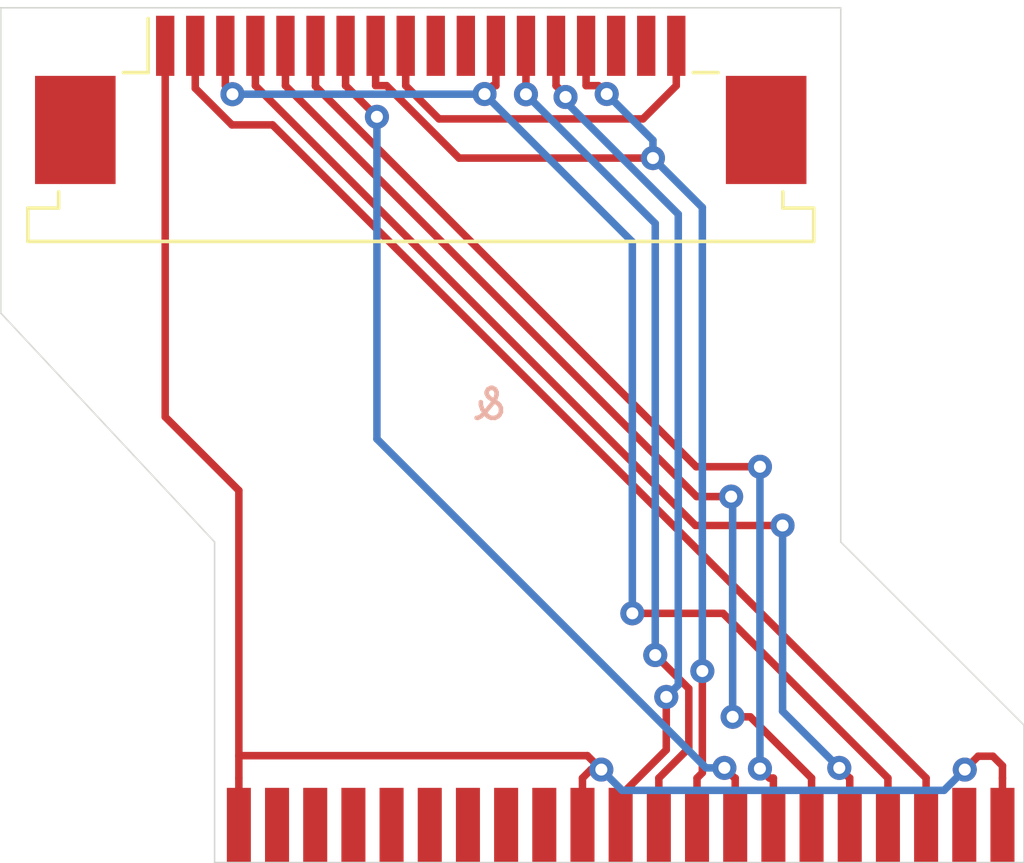
<source format=kicad_pcb>
(kicad_pcb (version 20221018) (generator pcbnew)
  (layers (0 "F.Cu" signal) (31 "B.Cu" signal) (34 "B.Paste" user) (35 "F.Paste" user) (36 "B.SilkS" user "B.Silkscreen") (37 "F.SilkS" user "F.Silkscreen") (38 "B.Mask" user) (39 "F.Mask" user) (44 "Edge.Cuts" user))
  (net 0 "")
  (net 1 "ASign")
  (net 2 "Net-(J1-Pad6)")
  (net 3 "Net-(J1-Pad5)")
  (net 4 "Net-(J1-Pad4)")
  (net 5 "Control")
  (net 6 "HSync")
  (net 7 "Data0")
  (net 8 "DLatch")
  (net 9 "Data1")
  (net 10 "Clock")
  (net 11 "VSync")
  (net 12 "+5V")
  (net 13 "GND")
  (net 14 "Net-(J1-Pad9)")
  (net 15 "Net-(J1-Pad8)")
  (net 16 "Net-(J1-Pad7)")
  (net 17 "Net-(J1-Pad20)")
  (net 18 "Net-(J1-Pad3)")
  (net 19 "Net-(J1-Pad2)")
  (net 20 "V5")
  (net 21 "V4")
  (net 22 "V1")
  (net 23 "V2")
  (net 24 "V3")
  (footprint "Custom:DMG-FPC" (layer "F.Cu") (at 140 72.9334)
    (fp_text reference "J1" hide)
    (fp_text value "DMG Ribbon")
    (pad "1" smd rect (at -12.7 0) (size 0.8 2.5) (layers "F.Cu" "F.Paste" "F.Mask") (net 13 "GND"))
    (pad "2" smd rect (at -11.43 0) (size 0.8 2.5) (layers "F.Cu" "F.Paste" "F.Mask") (net 19 "Net-(J1-Pad2)"))
    (pad "3" smd rect (at -10.16 0) (size 0.8 2.5) (layers "F.Cu" "F.Paste" "F.Mask") (net 18 "Net-(J1-Pad3)"))
    (pad "4" smd rect (at -8.89 0) (size 0.8 2.5) (layers "F.Cu" "F.Paste" "F.Mask") (net 4 "Net-(J1-Pad4)"))
    (pad "5" smd rect (at -7.62 0) (size 0.8 2.5) (layers "F.Cu" "F.Paste" "F.Mask") (net 3 "Net-(J1-Pad5)"))
    (pad "6" smd rect (at -6.35 0) (size 0.8 2.5) (layers "F.Cu" "F.Paste" "F.Mask") (net 2 "Net-(J1-Pad6)"))
    (pad "7" smd rect (at -5.08 0) (size 0.8 2.5) (layers "F.Cu" "F.Paste" "F.Mask") (net 16 "Net-(J1-Pad7)"))
    (pad "8" smd rect (at -3.81 0) (size 0.8 2.5) (layers "F.Cu" "F.Paste" "F.Mask") (net 15 "Net-(J1-Pad8)"))
    (pad "9" smd rect (at -2.54 0) (size 0.8 2.5) (layers "F.Cu" "F.Paste" "F.Mask") (net 14 "Net-(J1-Pad9)"))
    (pad "10" smd rect (at -1.27 0) (size 0.8 2.5) (layers "F.Cu" "F.Paste" "F.Mask") (net 13 "GND"))
    (pad "11" smd rect (at 0 0) (size 0.8 2.5) (layers "F.Cu" "F.Paste" "F.Mask") (net 12 "+5V"))
    (pad "12" smd rect (at 1.27 0) (size 0.8 2.5) (layers "F.Cu" "F.Paste" "F.Mask") (net 11 "VSync"))
    (pad "13" smd rect (at 2.54 0) (size 0.8 2.5) (layers "F.Cu" "F.Paste" "F.Mask") (net 1 "ASign"))
    (pad "14" smd rect (at 3.81 0) (size 0.8 2.5) (layers "F.Cu" "F.Paste" "F.Mask") (net 10 "Clock"))
    (pad "15" smd rect (at 5.08 0) (size 0.8 2.5) (layers "F.Cu" "F.Paste" "F.Mask") (net 9 "Data1"))
    (pad "16" smd rect (at 6.35 0) (size 0.8 2.5) (layers "F.Cu" "F.Paste" "F.Mask") (net 7 "Data0"))
    (pad "17" smd rect (at 7.62 0) (size 0.8 2.5) (layers "F.Cu" "F.Paste" "F.Mask") (net 6 "HSync"))
    (pad "18" smd rect (at 8.89 0) (size 0.8 2.5) (layers "F.Cu" "F.Paste" "F.Mask") (net 8 "DLatch"))
    (pad "19" smd rect (at 10.16 0) (size 0.8 2.5) (layers "F.Cu" "F.Paste" "F.Mask") (net 5 "Control"))
    (pad "20" smd rect (at 11.43 0) (size 0.8 2.5) (layers "F.Cu" "F.Paste" "F.Mask") (net 17 "Net-(J1-Pad20)"))
    (pad "21" smd rect (at 12.7 0) (size 0.8 2.5) (layers "F.Cu" "F.Paste" "F.Mask") (net 13 "GND"))
  )
  (footprint "Connector_FFC-FPC:TE_1-84953-8_1x18-1MP_P1.0mm_Horizontal" (layer "F.Cu") (at 133.35 48.7868)
    (fp_text reference "J2" hide)
    (fp_text value "MGB FPC")
    (fp_line (start -13.07 3.6) (end -12.045 3.6) (stroke (width 0.12)) (layer "F.SilkS"))
    (fp_line (start -13.07 4.71) (end -13.07 3.6) (stroke (width 0.12)) (layer "F.SilkS"))
    (fp_line (start -12.045 3.6) (end -12.045 3.06) (stroke (width 0.12)) (layer "F.SilkS"))
    (fp_line (start -9.89 -0.91) (end -9.065 -0.91) (stroke (width 0.12)) (layer "F.SilkS"))
    (fp_line (start -9.065 -0.91) (end -9.065 -2.71) (stroke (width 0.12)) (layer "F.SilkS"))
    (fp_line (start 9.065 -0.91) (end 9.89 -0.91) (stroke (width 0.12)) (layer "F.SilkS"))
    (fp_line (start 12.045 3.06) (end 12.045 3.6) (stroke (width 0.12)) (layer "F.SilkS"))
    (fp_line (start 12.045 3.6) (end 13.07 3.6) (stroke (width 0.12)) (layer "F.SilkS"))
    (fp_line (start 13.07 3.6) (end 13.07 4.71) (stroke (width 0.12)) (layer "F.SilkS"))
    (fp_line (start 13.07 4.71) (end -13.07 4.71) (stroke (width 0.12)) (layer "F.SilkS"))
    (pad "1" smd rect (at -8.5 -1.8) (size 0.61 2) (layers "F.Cu" "F.Paste" "F.Mask") (net 13 "GND"))
    (pad "2" smd rect (at -7.5 -1.8) (size 0.61 2) (layers "F.Cu" "F.Paste" "F.Mask") (net 5 "Control"))
    (pad "3" smd rect (at -6.5 -1.8) (size 0.61 2) (layers "F.Cu" "F.Paste" "F.Mask") (net 8 "DLatch"))
    (pad "4" smd rect (at -5.5 -1.8) (size 0.61 2) (layers "F.Cu" "F.Paste" "F.Mask") (net 6 "HSync"))
    (pad "5" smd rect (at -4.5 -1.8) (size 0.61 2) (layers "F.Cu" "F.Paste" "F.Mask") (net 7 "Data0"))
    (pad "6" smd rect (at -3.5 -1.8) (size 0.61 2) (layers "F.Cu" "F.Paste" "F.Mask") (net 9 "Data1"))
    (pad "7" smd rect (at -2.5 -1.8) (size 0.61 2) (layers "F.Cu" "F.Paste" "F.Mask") (net 10 "Clock"))
    (pad "8" smd rect (at -1.5 -1.8) (size 0.61 2) (layers "F.Cu" "F.Paste" "F.Mask") (net 1 "ASign"))
    (pad "9" smd rect (at -0.5 -1.8) (size 0.61 2) (layers "F.Cu" "F.Paste" "F.Mask") (net 20 "V5"))
    (pad "10" smd rect (at 0.5 -1.8) (size 0.61 2) (layers "F.Cu" "F.Paste" "F.Mask") (net 24 "V3"))
    (pad "11" smd rect (at 1.5 -1.8) (size 0.61 2) (layers "F.Cu" "F.Paste" "F.Mask") (net 23 "V2"))
    (pad "12" smd rect (at 2.5 -1.8) (size 0.61 2) (layers "F.Cu" "F.Paste" "F.Mask") (net 8 "DLatch"))
    (pad "13" smd rect (at 3.5 -1.8) (size 0.61 2) (layers "F.Cu" "F.Paste" "F.Mask") (net 11 "VSync"))
    (pad "14" smd rect (at 4.5 -1.8) (size 0.61 2) (layers "F.Cu" "F.Paste" "F.Mask") (net 12 "+5V"))
    (pad "15" smd rect (at 5.5 -1.8) (size 0.61 2) (layers "F.Cu" "F.Paste" "F.Mask") (net 1 "ASign"))
    (pad "16" smd rect (at 6.5 -1.8) (size 0.61 2) (layers "F.Cu" "F.Paste" "F.Mask") (net 22 "V1"))
    (pad "17" smd rect (at 7.5 -1.8) (size 0.61 2) (layers "F.Cu" "F.Paste" "F.Mask") (net 21 "V4"))
    (pad "18" smd rect (at 8.5 -1.8) (size 0.61 2) (layers "F.Cu" "F.Paste" "F.Mask") (net 20 "V5"))
    (pad "MP" smd rect (at -11.49 1) (size 2.68 3.6) (layers "F.Cu" "F.Paste" "F.Mask"))
    (pad "MP" smd rect (at 11.49 1) (size 2.68 3.6) (layers "F.Cu" "F.Paste" "F.Mask"))
  )
  (gr_line (start 153.416 69.596) (end 153.416 74.168) (stroke (width 0.05)) (layer "Edge.Cuts"))
  (gr_line (start 147.32 63.5) (end 153.416 69.596) (stroke (width 0.05)) (layer "Edge.Cuts"))
  (gr_line (start 126.492 63.5) (end 119.38 55.88) (stroke (width 0.05)) (layer "Edge.Cuts"))
  (gr_line (start 153.416 74.168) (end 126.492 74.168) (stroke (width 0.05)) (layer "Edge.Cuts"))
  (gr_line (start 147.32 45.72) (end 147.32 63.5) (stroke (width 0.05)) (layer "Edge.Cuts"))
  (gr_line (start 119.38 45.72) (end 147.32 45.72) (stroke (width 0.05)) (layer "Edge.Cuts"))
  (gr_line (start 119.38 55.88) (end 119.38 45.72) (stroke (width 0.05)) (layer "Edge.Cuts"))
  (gr_line (start 126.492 74.168) (end 126.492 63.5) (stroke (width 0.05)) (layer "Edge.Cuts"))
  (gr_text "\n&\n" (at 135.635828 58.108595) (layer "B.SilkS") (effects (font (size 1 1)) (justify mirror)))
  (segment (start 131.85 46.9868) (end 131.85 48.3121) (width 0.25) (layer "F.Cu") (net 1))
  (segment (start 134.624 50.723) (end 132.2131 48.3121) (width 0.25) (layer "F.Cu") (net 1))
  (segment (start 142.54 72.9334) (end 142.54 71.3581) (width 0.25) (layer "F.Cu") (net 1))
  (segment (start 142.7172 71.1809) (end 142.7172 67.7958) (width 0.25) (layer "F.Cu") (net 1))
  (segment (start 139.5365 48.5908) (end 139.2578 48.3121) (width 0.25) (layer "F.Cu") (net 1))
  (segment (start 132.2131 48.3121) (end 131.85 48.3121) (width 0.25) (layer "F.Cu") (net 1))
  (segment (start 141.0739 50.723) (end 134.624 50.723) (width 0.25) (layer "F.Cu") (net 1))
  (segment (start 139.2578 48.3121) (end 138.85 48.3121) (width 0.25) (layer "F.Cu") (net 1))
  (segment (start 142.54 71.3581) (end 142.7172 71.1809) (width 0.25) (layer "F.Cu") (net 1))
  (segment (start 138.85 46.9868) (end 138.85 48.3121) (width 0.25) (layer "F.Cu") (net 1))
  (via (at 142.7172 67.7958) (size 0.8) (drill 0.4) (layers "F.Cu" "B.Cu") (net 1))
  (via (at 141.0739 50.723) (size 0.8) (drill 0.4) (layers "F.Cu" "B.Cu") (net 1))
  (via (at 139.5365 48.5908) (size 0.8) (drill 0.4) (layers "F.Cu" "B.Cu") (net 1))
  (segment (start 142.7172 52.3663) (end 142.7172 67.7958) (width 0.25) (layer "B.Cu") (net 1))
  (segment (start 141.0739 50.723) (end 142.7172 52.3663) (width 0.25) (layer "B.Cu") (net 1))
  (segment (start 139.5365 48.5908) (end 141.0739 50.1282) (width 0.25) (layer "B.Cu") (net 1))
  (segment (start 141.0739 50.1282) (end 141.0739 50.723) (width 0.25) (layer "B.Cu") (net 1))
  (segment (start 150.16 72.9334) (end 150.16 71.3581) (width 0.25) (layer "F.Cu") (net 5))
  (segment (start 128.4201 49.6182) (end 127.0693 49.6182) (width 0.25) (layer "F.Cu") (net 5))
  (segment (start 125.85 48.3989) (end 125.85 46.9868) (width 0.25) (layer "F.Cu") (net 5))
  (segment (start 150.16 71.3581) (end 128.4201 49.6182) (width 0.25) (layer "F.Cu") (net 5))
  (segment (start 127.0693 49.6182) (end 125.85 48.3989) (width 0.25) (layer "F.Cu") (net 5))
  (segment (start 147.62 72.9334) (end 147.62 71.3581) (width 0.25) (layer "F.Cu") (net 6))
  (segment (start 145.3858 62.9511) (end 142.489 62.9511) (width 0.25) (layer "F.Cu") (net 6))
  (segment (start 142.489 62.9511) (end 127.85 48.3121) (width 0.25) (layer "F.Cu") (net 6))
  (segment (start 147.6106 71.3581) (end 147.2722 71.0197) (width 0.25) (layer "F.Cu") (net 6))
  (segment (start 127.85 46.9868) (end 127.85 48.3121) (width 0.25) (layer "F.Cu") (net 6))
  (segment (start 147.62 71.3581) (end 147.6106 71.3581) (width 0.25) (layer "F.Cu") (net 6))
  (via (at 147.2722 71.0197) (size 0.8) (drill 0.4) (layers "F.Cu" "B.Cu") (net 6))
  (via (at 145.3858 62.9511) (size 0.8) (drill 0.4) (layers "F.Cu" "B.Cu") (net 6))
  (segment (start 145.3858 69.1333) (end 147.2722 71.0197) (width 0.25) (layer "B.Cu") (net 6))
  (segment (start 145.3858 62.9511) (end 145.3858 69.1333) (width 0.25) (layer "B.Cu") (net 6))
  (segment (start 143.675 61.9892) (end 142.5271 61.9892) (width 0.25) (layer "F.Cu") (net 7))
  (segment (start 128.85 46.9868) (end 128.85 48.3121) (width 0.25) (layer "F.Cu") (net 7))
  (segment (start 144.3112 69.3193) (end 143.7246 69.3193) (width 0.25) (layer "F.Cu") (net 7))
  (segment (start 146.35 71.3581) (end 144.3112 69.3193) (width 0.25) (layer "F.Cu") (net 7))
  (segment (start 146.35 72.9334) (end 146.35 71.3581) (width 0.25) (layer "F.Cu") (net 7))
  (segment (start 142.5271 61.9892) (end 128.85 48.3121) (width 0.25) (layer "F.Cu") (net 7))
  (via (at 143.7246 69.3193) (size 0.8) (drill 0.4) (layers "F.Cu" "B.Cu") (net 7))
  (via (at 143.675 61.9892) (size 0.8) (drill 0.4) (layers "F.Cu" "B.Cu") (net 7))
  (segment (start 143.7246 62.0388) (end 143.675 61.9892) (width 0.25) (layer "B.Cu") (net 7))
  (segment (start 143.7246 69.3193) (end 143.7246 62.0388) (width 0.25) (layer "B.Cu") (net 7))
  (segment (start 148.89 71.3581) (end 143.4072 65.8753) (width 0.25) (layer "F.Cu") (net 8))
  (segment (start 126.85 46.9868) (end 126.85 48.3121) (width 0.25) (layer "F.Cu") (net 8))
  (segment (start 135.85 48.3121) (end 135.752 48.3121) (width 0.25) (layer "F.Cu") (net 8))
  (segment (start 127.0871 48.5492) (end 127.0871 48.5971) (width 0.25) (layer "F.Cu") (net 8))
  (segment (start 127.0871 48.5971) (end 127.0872 48.5971) (width 0.25) (layer "F.Cu") (net 8))
  (segment (start 143.4072 65.8753) (end 140.3886 65.8753) (width 0.25) (layer "F.Cu") (net 8))
  (segment (start 135.752 48.3121) (end 135.473 48.5911) (width 0.25) (layer "F.Cu") (net 8))
  (segment (start 126.85 48.3121) (end 127.0871 48.5492) (width 0.25) (layer "F.Cu") (net 8))
  (segment (start 135.85 46.9868) (end 135.85 48.3121) (width 0.25) (layer "F.Cu") (net 8))
  (segment (start 148.89 72.9334) (end 148.89 71.3581) (width 0.25) (layer "F.Cu") (net 8))
  (via (at 135.473 48.5911) (size 0.8) (drill 0.4) (layers "F.Cu" "B.Cu") (net 8))
  (via (at 140.3886 65.8753) (size 0.8) (drill 0.4) (layers "F.Cu" "B.Cu") (net 8))
  (via (at 127.0872 48.5971) (size 0.8) (drill 0.4) (layers "F.Cu" "B.Cu") (net 8))
  (segment (start 140.3886 65.8753) (end 140.3886 53.5127) (width 0.25) (layer "B.Cu") (net 8))
  (segment (start 135.473 48.5971) (end 127.0872 48.5971) (width 0.25) (layer "B.Cu") (net 8))
  (segment (start 140.3886 53.5127) (end 135.473 48.5971) (width 0.25) (layer "B.Cu") (net 8))
  (segment (start 135.473 48.5971) (end 135.473 48.5911) (width 0.25) (layer "B.Cu") (net 8))
  (segment (start 129.85 46.9868) (end 129.85 48.3121) (width 0.25) (layer "F.Cu") (net 9))
  (segment (start 145.08 72.9334) (end 145.08 71.3581) (width 0.25) (layer "F.Cu") (net 9))
  (segment (start 144.9493 71.3581) (end 144.6328 71.0416) (width 0.25) (layer "F.Cu") (net 9))
  (segment (start 145.08 71.3581) (end 144.9493 71.3581) (width 0.25) (layer "F.Cu") (net 9))
  (segment (start 129.85 48.3325) (end 142.5127 60.9952) (width 0.25) (layer "F.Cu") (net 9))
  (segment (start 129.85 48.3121) (end 129.85 48.3325) (width 0.25) (layer "F.Cu") (net 9))
  (segment (start 144.6328 60.9952) (end 144.6328 60.9953) (width 0.25) (layer "F.Cu") (net 9))
  (segment (start 142.5127 60.9952) (end 144.6328 60.9952) (width 0.25) (layer "F.Cu") (net 9))
  (via (at 144.6328 60.9953) (size 0.8) (drill 0.4) (layers "F.Cu" "B.Cu") (net 9))
  (via (at 144.6328 71.0416) (size 0.8) (drill 0.4) (layers "F.Cu" "B.Cu") (net 9))
  (segment (start 144.6328 60.9953) (end 144.6328 71.0416) (width 0.25) (layer "B.Cu") (net 9))
  (segment (start 130.85 46.9868) (end 130.85 48.3121) (width 0.25) (layer "F.Cu") (net 10))
  (segment (start 143.81 71.3581) (end 143.7898 71.3581) (width 0.25) (layer "F.Cu") (net 10))
  (segment (start 143.81 72.9334) (end 143.81 71.3581) (width 0.25) (layer "F.Cu") (net 10))
  (segment (start 130.8553 48.3121) (end 130.85 48.3121) (width 0.25) (layer "F.Cu") (net 10))
  (segment (start 143.7898 71.3581) (end 143.4503 71.0186) (width 0.25) (layer "F.Cu") (net 10))
  (segment (start 131.8925 49.3493) (end 130.8553 48.3121) (width 0.25) (layer "F.Cu") (net 10))
  (via (at 131.8925 49.3493) (size 0.8) (drill 0.4) (layers "F.Cu" "B.Cu") (net 10))
  (via (at 143.4503 71.0186) (size 0.8) (drill 0.4) (layers "F.Cu" "B.Cu") (net 10))
  (segment (start 143.4503 71.0186) (end 142.84 71.0186) (width 0.25) (layer "B.Cu") (net 10))
  (segment (start 131.8925 60.0711) (end 131.8925 49.3493) (width 0.25) (layer "B.Cu") (net 10))
  (segment (start 142.84 71.0186) (end 131.8925 60.0711) (width 0.25) (layer "B.Cu") (net 10))
  (segment (start 142.2668 68.3804) (end 142.2668 70.3613) (width 0.25) (layer "F.Cu") (net 11))
  (segment (start 141.1507 67.2643) (end 142.2668 68.3804) (width 0.25) (layer "F.Cu") (net 11))
  (segment (start 142.2668 70.3613) (end 141.27 71.3581) (width 0.25) (layer "F.Cu") (net 11))
  (segment (start 136.85 48.5987) (end 136.85 46.9868) (width 0.25) (layer "F.Cu") (net 11))
  (segment (start 141.27 72.9334) (end 141.27 71.3581) (width 0.25) (layer "F.Cu") (net 11))
  (via (at 141.1507 67.2643) (size 0.8) (drill 0.4) (layers "F.Cu" "B.Cu") (net 11))
  (via (at 136.85 48.5987) (size 0.8) (drill 0.4) (layers "F.Cu" "B.Cu") (net 11))
  (segment (start 136.85 48.5987) (end 141.1507 52.8994) (width 0.25) (layer "B.Cu") (net 11))
  (segment (start 141.1507 52.8994) (end 141.1507 67.2643) (width 0.25) (layer "B.Cu") (net 11))
  (segment (start 137.85 48.3121) (end 138.1668 48.6289) (width 0.25) (layer "F.Cu") (net 12))
  (segment (start 138.1668 48.6899) (end 138.1669 48.6899) (width 0.25) (layer "F.Cu") (net 12))
  (segment (start 140 71.9351) (end 140 72.9334) (width 0.25) (layer "F.Cu") (net 12))
  (segment (start 141.5175 68.6571) (end 141.5175 70.4176) (width 0.25) (layer "F.Cu") (net 12))
  (segment (start 137.85 46.9868) (end 137.85 48.3121) (width 0.25) (layer "F.Cu") (net 12))
  (segment (start 141.5175 70.4176) (end 140 71.9351) (width 0.25) (layer "F.Cu") (net 12))
  (segment (start 138.1668 48.6289) (end 138.1668 48.6899) (width 0.25) (layer "F.Cu") (net 12))
  (via (at 138.1669 48.6899) (size 0.8) (drill 0.4) (layers "F.Cu" "B.Cu") (net 12))
  (via (at 141.5175 68.6571) (size 0.8) (drill 0.4) (layers "F.Cu" "B.Cu") (net 12))
  (segment (start 141.9164 68.2582) (end 141.5175 68.6571) (width 0.25) (layer "B.Cu") (net 12))
  (segment (start 141.9164 52.5912) (end 141.9164 68.2582) (width 0.25) (layer "B.Cu") (net 12))
  (segment (start 138.1669 48.6899) (end 138.1669 48.8417) (width 0.25) (layer "B.Cu") (net 12))
  (segment (start 138.1669 48.8417) (end 141.9164 52.5912) (width 0.25) (layer "B.Cu") (net 12))
  (segment (start 127.3 70.612) (end 138.8934 70.612) (width 0.25) (layer "F.Cu") (net 13))
  (segment (start 127.3 72.9334) (end 127.3 71.3581) (width 0.25) (layer "F.Cu") (net 13))
  (segment (start 152.7 70.9488) (end 152.7 71.3581) (width 0.25) (layer "F.Cu") (net 13))
  (segment (start 152.3816 70.6304) (end 152.7 70.9488) (width 0.25) (layer "F.Cu") (net 13))
  (segment (start 139.3571 71.0757) (end 139.0124 71.0757) (width 0.25) (layer "F.Cu") (net 13))
  (segment (start 124.85 59.3362) (end 124.85 46.9868) (width 0.25) (layer "F.Cu") (net 13))
  (segment (start 151.4464 71.076) (end 151.892 70.6304) (width 0.25) (layer "F.Cu") (net 13))
  (segment (start 152.7 72.9334) (end 152.7 71.3581) (width 0.25) (layer "F.Cu") (net 13))
  (segment (start 138.73 72.9334) (end 138.73 71.3581) (width 0.25) (layer "F.Cu") (net 13))
  (segment (start 138.8934 70.612) (end 139.3571 71.0757) (width 0.25) (layer "F.Cu") (net 13))
  (segment (start 151.892 70.6304) (end 152.3816 70.6304) (width 0.25) (layer "F.Cu") (net 13))
  (segment (start 139.0124 71.0757) (end 138.73 71.3581) (width 0.25) (layer "F.Cu") (net 13))
  (segment (start 127.3 61.7862) (end 124.85 59.3362) (width 0.25) (layer "F.Cu") (net 13))
  (segment (start 127.3 71.3581) (end 127.3 61.7862) (width 0.25) (layer "F.Cu") (net 13))
  (via (at 151.4464 71.076) (size 0.8) (drill 0.4) (layers "F.Cu" "B.Cu") (net 13))
  (via (at 139.3571 71.0757) (size 0.8) (drill 0.4) (layers "F.Cu" "B.Cu") (net 13))
  (segment (start 150.7555 71.7669) (end 151.4464 71.076) (width 0.25) (layer "B.Cu") (net 13))
  (segment (start 140.0483 71.7669) (end 150.7555 71.7669) (width 0.25) (layer "B.Cu") (net 13))
  (segment (start 139.3571 71.0757) (end 140.0483 71.7669) (width 0.25) (layer "B.Cu") (net 13))
  (segment (start 132.85 48.3121) (end 133.9569 49.419) (width 0.25) (layer "F.Cu") (net 20))
  (segment (start 141.85 46.9868) (end 141.85 48.3121) (width 0.25) (layer "F.Cu") (net 20))
  (segment (start 140.7431 49.419) (end 141.85 48.3121) (width 0.25) (layer "F.Cu") (net 20))
  (segment (start 133.9569 49.419) (end 140.7431 49.419) (width 0.25) (layer "F.Cu") (net 20))
  (segment (start 132.85 46.9868) (end 132.85 48.3121) (width 0.25) (layer "F.Cu") (net 20))
)
</source>
